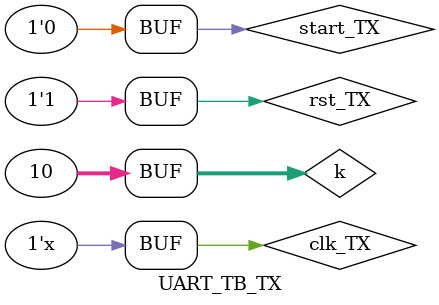
<source format=sv>
`timescale 1ns/100ps

module UART_TB_TX ();
//For the TX TB the UART model instantiates only the UART_TX module.
//The relevant TB should be chosen in the project settings in Quartus environment along with the relevant .do file.

//Internal signals declarations
logic UART_line;						//Wire connecting the TX and RX
logic clk_TX;							//TX clock - 25MHz
logic rst_TX;							//Active high module

logic [7:0] data_rand;					//Radom data to be transmitted
logic start_TX;							//Transmission initiation signal

integer k;

parameter TX_bit_period = 17360;		//TX operates at 25MHz, baud rate of 57600 --> 434 TX clock cycles --> time-per-bit equals 434*40 

//UART modules instantiation
UART UART(
				.rst_TX(rst_TX),
				.clk_TX(clk_TX),
				.UART_line(UART_line),
				.data_TX(data_rand),
				.start_TX(start_TX)
				);
			
//Initial blocks
initial 
begin
	rst_TX<=1'b0;	
	clk_TX<=1'b0;
	start_TX<=1'b0;
	data_rand<=8'd0;
	#(TX_bit_period)
	rst_TX<=1'b1;
	#(TX_bit_period)
	
	for(k=0; k<10; k++)
		begin
		#(20*TX_bit_period)			//20 'bit intervals' ensures previous previous data transmission has ended
		data_rand= $random%8;		//Generate 8-bit random data to be sent
		start_TX<=1'b1;
		#(TX_bit_period)
		start_TX<=1'b0;
		end
end

//25MHz clock generation
always	
begin
#20; 
clk_TX=~clk_TX;
end		

endmodule



</source>
